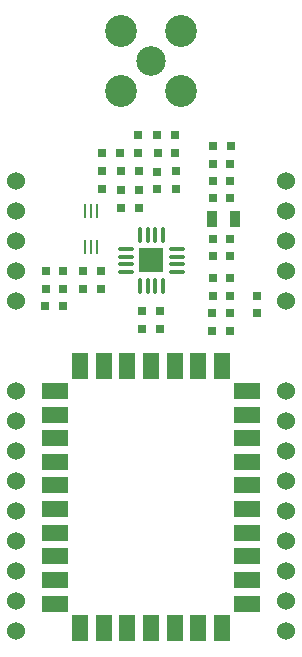
<source format=gts>
%FSLAX46Y46*%
G04 Gerber Fmt 4.6, Leading zero omitted, Abs format (unit mm)*
G04 Created by KiCad (PCBNEW (2014-jul-16 BZR unknown)-product) date Fri 13 Mar 2015 08:43:45 PM CET*
%MOMM*%
G01*
G04 APERTURE LIST*
%ADD10C,0.150000*%
%ADD11R,0.889000X1.397000*%
%ADD12R,0.762000X0.787400*%
%ADD13R,0.787400X0.762000*%
%ADD14O,0.300000X1.500760*%
%ADD15O,1.500760X0.300000*%
%ADD16R,2.000000X2.000000*%
%ADD17R,2.200000X1.400000*%
%ADD18R,1.400000X2.200000*%
%ADD19C,1.524000*%
%ADD20C,2.499360*%
%ADD21C,2.700020*%
%ADD22R,0.220000X1.200000*%
G04 APERTURE END LIST*
D10*
D11*
X204414300Y-62312960D03*
X202509300Y-62312960D03*
D12*
X198077000Y-71637300D03*
X198077000Y-70138700D03*
X196553000Y-71637300D03*
X196553000Y-70138700D03*
D13*
X202514380Y-65503200D03*
X204012980Y-65503200D03*
X202534700Y-64030000D03*
X204033300Y-64030000D03*
X202509300Y-70324120D03*
X204007900Y-70324120D03*
X194762300Y-61444280D03*
X196260900Y-61444280D03*
X202529620Y-60575600D03*
X204028220Y-60575600D03*
D12*
X197838240Y-59821220D03*
X197838240Y-58322620D03*
D13*
X202524540Y-59107480D03*
X204023140Y-59107480D03*
X196255820Y-59879640D03*
X194757220Y-59879640D03*
X202544860Y-56191560D03*
X204043460Y-56191560D03*
X199329300Y-55270000D03*
X197830700Y-55270000D03*
X202534700Y-57649520D03*
X204033300Y-57649520D03*
X199354620Y-56775760D03*
X197856020Y-56775760D03*
X204007900Y-71863360D03*
X202509300Y-71863360D03*
X204023140Y-68820440D03*
X202524540Y-68820440D03*
D12*
X199382560Y-58312460D03*
X199382560Y-59811060D03*
D13*
X196255820Y-58304840D03*
X194757220Y-58304840D03*
D12*
X196240000Y-56759300D03*
X196240000Y-55260700D03*
D13*
X204012980Y-67326920D03*
X202514380Y-67326920D03*
D12*
X206300000Y-70319300D03*
X206300000Y-68820700D03*
D14*
X198310320Y-63693940D03*
X197660320Y-63693940D03*
X197010320Y-63693940D03*
X196360320Y-63693940D03*
D15*
X195185700Y-64868560D03*
X195185700Y-65518560D03*
X195185700Y-66168560D03*
X195185700Y-66818560D03*
D14*
X196360320Y-67993180D03*
X197010320Y-67993180D03*
X197660320Y-67993180D03*
X198310320Y-67993180D03*
D15*
X199484940Y-66818560D03*
X199484940Y-66168560D03*
X199484940Y-65518560D03*
X199484940Y-64868560D03*
D16*
X197335320Y-65843560D03*
D17*
X189210000Y-76900000D03*
X189210000Y-78900000D03*
X189210000Y-80900000D03*
X189210000Y-82900000D03*
X189210000Y-84900000D03*
X189210000Y-86900000D03*
X189210000Y-88900000D03*
X189210000Y-90900000D03*
X189210000Y-92900000D03*
X189210000Y-94900000D03*
D18*
X191310000Y-97000000D03*
X193310000Y-97000000D03*
X195310000Y-97000000D03*
X197310000Y-97000000D03*
X199310000Y-97000000D03*
X201310000Y-97000000D03*
X203310000Y-97000000D03*
D17*
X205410000Y-94900000D03*
X205410000Y-92900000D03*
X205410000Y-90900000D03*
X205410000Y-88900000D03*
X205410000Y-86900000D03*
X205410000Y-84900000D03*
X205410000Y-82900000D03*
X205410000Y-80900000D03*
X205410000Y-78900000D03*
X205410000Y-76900000D03*
D18*
X203310000Y-74800000D03*
X201310000Y-74800000D03*
X199310000Y-74800000D03*
X197310000Y-74800000D03*
X195310000Y-74800000D03*
X193310000Y-74800000D03*
X191310000Y-74800000D03*
D19*
X185890000Y-59100000D03*
X185890000Y-61640000D03*
X185890000Y-64180000D03*
X185890000Y-66720000D03*
X185890000Y-69260000D03*
X185890000Y-76880000D03*
X185890000Y-79420000D03*
X185890000Y-81960000D03*
X185890000Y-84500000D03*
X185890000Y-87040000D03*
X185890000Y-89580000D03*
X185890000Y-92120000D03*
X185890000Y-94660000D03*
X185890000Y-97200000D03*
X208750000Y-59100000D03*
X208750000Y-61640000D03*
X208750000Y-64180000D03*
X208750000Y-66720000D03*
X208750000Y-69260000D03*
X208750000Y-76880000D03*
X208750000Y-79420000D03*
X208750000Y-81960000D03*
X208750000Y-84500000D03*
X208750000Y-87040000D03*
X208750000Y-89580000D03*
X208750000Y-92120000D03*
X208750000Y-94660000D03*
X208750000Y-97200000D03*
D20*
X197330000Y-48970000D03*
D21*
X199870000Y-46430000D03*
X194790000Y-46430000D03*
X194790000Y-51510000D03*
X199870000Y-51510000D03*
D13*
X194669300Y-56770000D03*
X193170700Y-56770000D03*
X188380700Y-68230000D03*
X189879300Y-68230000D03*
X191530700Y-66730000D03*
X193029300Y-66730000D03*
X188350700Y-69750000D03*
X189849300Y-69750000D03*
X193049300Y-68230000D03*
X191550700Y-68230000D03*
D12*
X193170000Y-59789300D03*
X193170000Y-58290700D03*
D13*
X188380700Y-66730000D03*
X189879300Y-66730000D03*
D22*
X192700000Y-61700000D03*
X192200000Y-61700000D03*
X191700000Y-61700000D03*
X191700000Y-64700000D03*
X192200000Y-64700000D03*
X192700000Y-64700000D03*
M02*

</source>
